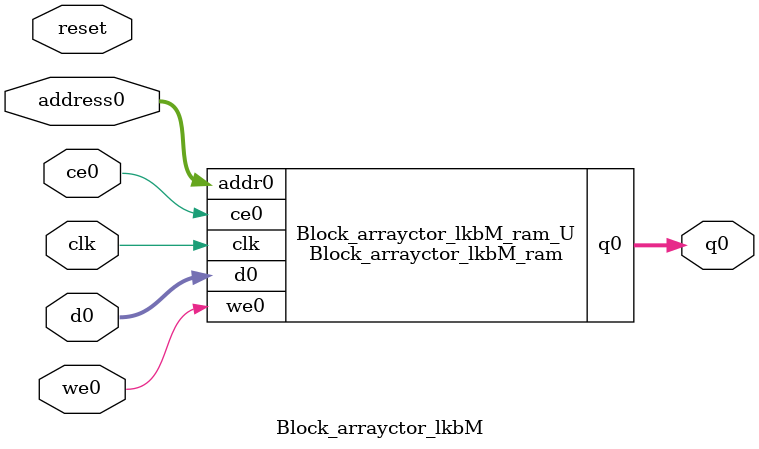
<source format=v>
`timescale 1 ns / 1 ps
module Block_arrayctor_lkbM_ram (addr0, ce0, d0, we0, q0,  clk);

parameter DWIDTH = 16;
parameter AWIDTH = 20;
parameter MEM_SIZE = 819200;

input[AWIDTH-1:0] addr0;
input ce0;
input[DWIDTH-1:0] d0;
input we0;
output reg[DWIDTH-1:0] q0;
input clk;

(* ram_style = "block" *)reg [DWIDTH-1:0] ram[0:MEM_SIZE-1];




always @(posedge clk)  
begin 
    if (ce0) begin
        if (we0) 
            ram[addr0] <= d0; 
        q0 <= ram[addr0];
    end
end


endmodule

`timescale 1 ns / 1 ps
module Block_arrayctor_lkbM(
    reset,
    clk,
    address0,
    ce0,
    we0,
    d0,
    q0);

parameter DataWidth = 32'd16;
parameter AddressRange = 32'd819200;
parameter AddressWidth = 32'd20;
input reset;
input clk;
input[AddressWidth - 1:0] address0;
input ce0;
input we0;
input[DataWidth - 1:0] d0;
output[DataWidth - 1:0] q0;



Block_arrayctor_lkbM_ram Block_arrayctor_lkbM_ram_U(
    .clk( clk ),
    .addr0( address0 ),
    .ce0( ce0 ),
    .we0( we0 ),
    .d0( d0 ),
    .q0( q0 ));

endmodule


</source>
